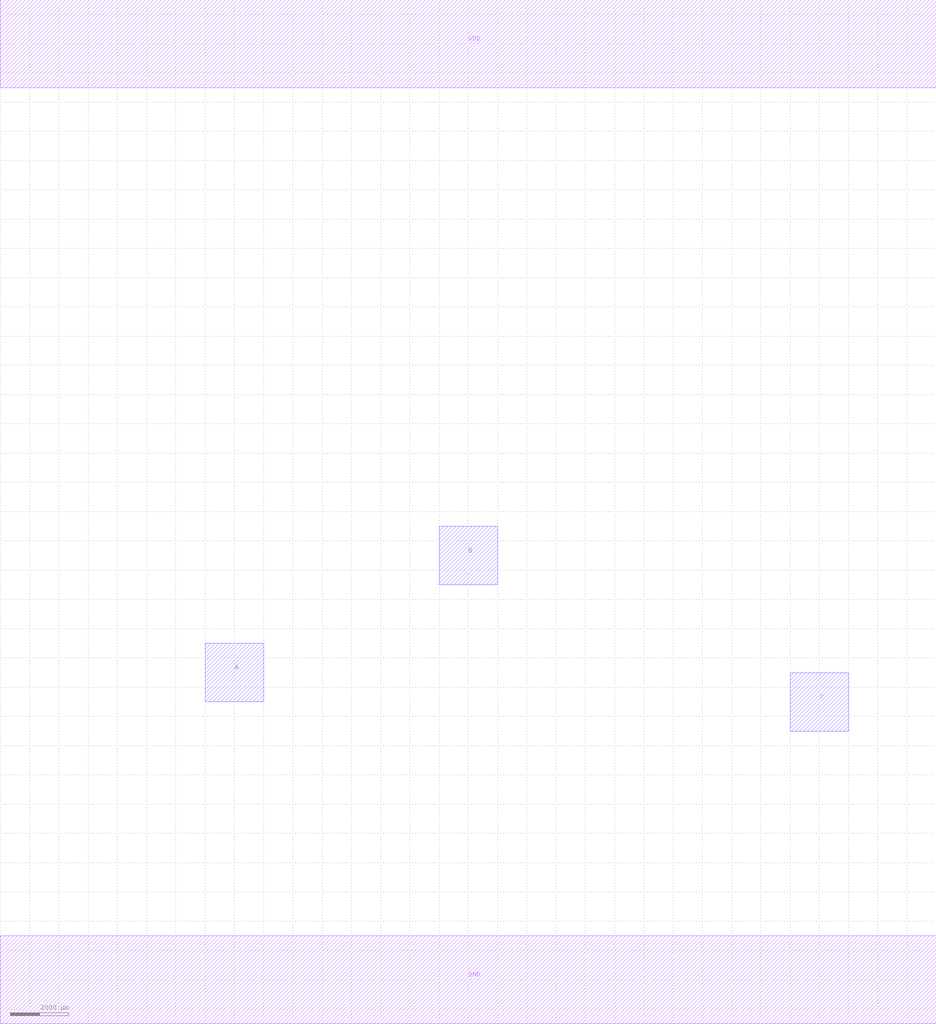
<source format=lef>
MACRO OR2X1
 CLASS CORE ;
 ORIGIN 0 0 ;
 FOREIGN OR2X1 0 0 ;
 SITE CORE ;
 SYMMETRY X Y R90 ;
  PIN VDD
   DIRECTION INOUT ;
   USE SIGNAL ;
   SHAPE ABUTMENT ;
    PORT
     CLASS CORE ;
       LAYER metal1 ;
        RECT 0.00000000 30500.00000000 32000.00000000 33500.00000000 ;
    END
  END VDD

  PIN GND
   DIRECTION INOUT ;
   USE SIGNAL ;
   SHAPE ABUTMENT ;
    PORT
     CLASS CORE ;
       LAYER metal1 ;
        RECT 0.00000000 -1500.00000000 32000.00000000 1500.00000000 ;
    END
  END GND

  PIN A
   DIRECTION INOUT ;
   USE SIGNAL ;
   SHAPE ABUTMENT ;
    PORT
     CLASS CORE ;
       LAYER metal2 ;
        RECT 7000.00000000 9500.00000000 9000.00000000 11500.00000000 ;
    END
  END A

  PIN B
   DIRECTION INOUT ;
   USE SIGNAL ;
   SHAPE ABUTMENT ;
    PORT
     CLASS CORE ;
       LAYER metal2 ;
        RECT 15000.00000000 13500.00000000 17000.00000000 15500.00000000 ;
    END
  END B

  PIN Y
   DIRECTION INOUT ;
   USE SIGNAL ;
   SHAPE ABUTMENT ;
    PORT
     CLASS CORE ;
       LAYER metal2 ;
        RECT 27000.00000000 8500.00000000 29000.00000000 10500.00000000 ;
    END
  END Y


END OR2X1

</source>
